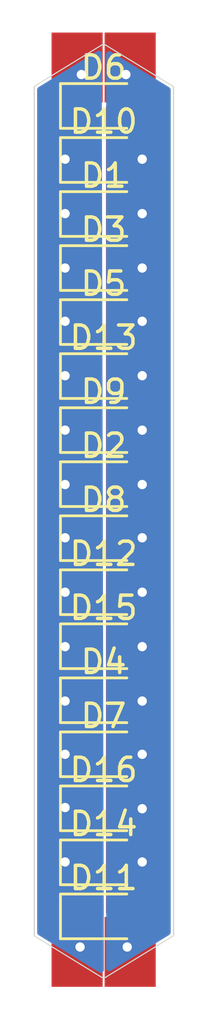
<source format=kicad_pcb>
(kicad_pcb (version 20171130) (host pcbnew 5.1.9)

  (general
    (thickness 1.6)
    (drawings 6)
    (tracks 114)
    (zones 0)
    (modules 22)
    (nets 3)
  )

  (page A4)
  (layers
    (0 F.Cu signal)
    (31 B.Cu signal)
    (32 B.Adhes user)
    (33 F.Adhes user)
    (34 B.Paste user)
    (35 F.Paste user)
    (36 B.SilkS user)
    (37 F.SilkS user)
    (38 B.Mask user)
    (39 F.Mask user)
    (40 Dwgs.User user)
    (41 Cmts.User user)
    (42 Eco1.User user)
    (43 Eco2.User user)
    (44 Edge.Cuts user)
    (45 Margin user)
    (46 B.CrtYd user)
    (47 F.CrtYd user)
    (48 B.Fab user)
    (49 F.Fab user)
  )

  (setup
    (last_trace_width 0.25)
    (user_trace_width 0.5)
    (trace_clearance 0.2)
    (zone_clearance 0.1)
    (zone_45_only no)
    (trace_min 0.2)
    (via_size 0.8)
    (via_drill 0.4)
    (via_min_size 0.4)
    (via_min_drill 0.3)
    (uvia_size 0.3)
    (uvia_drill 0.1)
    (uvias_allowed no)
    (uvia_min_size 0.2)
    (uvia_min_drill 0.1)
    (edge_width 0.05)
    (segment_width 0.2)
    (pcb_text_width 0.3)
    (pcb_text_size 1.5 1.5)
    (mod_edge_width 0.12)
    (mod_text_size 1 1)
    (mod_text_width 0.15)
    (pad_size 2 35)
    (pad_drill 0)
    (pad_to_mask_clearance 0)
    (aux_axis_origin 0 0)
    (visible_elements FFFFFF7F)
    (pcbplotparams
      (layerselection 0x010fc_ffffffff)
      (usegerberextensions true)
      (usegerberattributes true)
      (usegerberadvancedattributes true)
      (creategerberjobfile true)
      (excludeedgelayer true)
      (linewidth 0.100000)
      (plotframeref false)
      (viasonmask false)
      (mode 1)
      (useauxorigin false)
      (hpglpennumber 1)
      (hpglpenspeed 20)
      (hpglpendiameter 15.000000)
      (psnegative false)
      (psa4output false)
      (plotreference true)
      (plotvalue true)
      (plotinvisibletext false)
      (padsonsilk false)
      (subtractmaskfromsilk false)
      (outputformat 1)
      (mirror false)
      (drillshape 0)
      (scaleselection 1)
      (outputdirectory "gerber/"))
  )

  (net 0 "")
  (net 1 VDD)
  (net 2 GND)

  (net_class Default "This is the default net class."
    (clearance 0.2)
    (trace_width 0.25)
    (via_dia 0.8)
    (via_drill 0.4)
    (uvia_dia 0.3)
    (uvia_drill 0.1)
    (add_net GND)
    (add_net VDD)
  )

  (module Connector_Pin:Pin_D1.0mm_L10.0mm_LooseFit (layer B.Cu) (tedit 60244D7E) (tstamp 6024553A)
    (at 67.8688 58.8232)
    (descr "solder Pin_ diameter 1.0mm, hole diameter 1.2mm (loose fit), length 10.0mm")
    (tags "solder Pin_ loose fit")
    (path /5BDD6BDA)
    (fp_text reference J4 (at 0 -2.25) (layer B.SilkS) hide
      (effects (font (size 1 1) (thickness 0.15)) (justify mirror))
    )
    (fp_text value heatsink (at 0 2.05) (layer B.Fab)
      (effects (font (size 1 1) (thickness 0.15)) (justify mirror))
    )
    (fp_circle (center 0 0) (end 1.2 0) (layer B.Fab) (width 0.12))
    (fp_circle (center 0 0) (end 0.5 0) (layer B.Fab) (width 0.12))
    (fp_text user %R (at 0 -2.25) (layer B.Fab)
      (effects (font (size 1 1) (thickness 0.15)) (justify mirror))
    )
    (pad 1 connect rect (at 0 0) (size 2 35) (layers B.Cu B.Mask)
      (net 2 GND))
    (model ${KISYS3DMOD}/Connector_Pin.3dshapes/Pin_D1.0mm_L10.0mm_LooseFit.wrl
      (at (xyz 0 0 0))
      (scale (xyz 1 1 1))
      (rotate (xyz 0 0 0))
    )
  )

  (module Connector_Pin:Pin_D1.0mm_L10.0mm_LooseFit (layer B.Cu) (tedit 60244D31) (tstamp 6024554F)
    (at 70.3072 58.8232)
    (descr "solder Pin_ diameter 1.0mm, hole diameter 1.2mm (loose fit), length 10.0mm")
    (tags "solder Pin_ loose fit")
    (path /5BDD6BDA)
    (fp_text reference J4 (at 0 -2.25) (layer B.SilkS) hide
      (effects (font (size 1 1) (thickness 0.15)) (justify mirror))
    )
    (fp_text value heatsink (at 0 2.05) (layer B.Fab)
      (effects (font (size 1 1) (thickness 0.15)) (justify mirror))
    )
    (fp_circle (center 0 0) (end 0.5 0) (layer B.Fab) (width 0.12))
    (fp_circle (center 0 0) (end 1.2 0) (layer B.Fab) (width 0.12))
    (fp_text user %R (at 0 -2.25) (layer B.Fab)
      (effects (font (size 1 1) (thickness 0.15)) (justify mirror))
    )
    (pad 1 connect rect (at 0 0) (size 2 35) (layers B.Cu B.Mask)
      (net 1 VDD))
    (model ${KISYS3DMOD}/Connector_Pin.3dshapes/Pin_D1.0mm_L10.0mm_LooseFit.wrl
      (at (xyz 0 0 0))
      (scale (xyz 1 1 1))
      (rotate (xyz 0 0 0))
    )
  )

  (module Connector_Pin:Pin_D1.0mm_L10.0mm_LooseFit (layer F.Cu) (tedit 60244820) (tstamp 6024C65A)
    (at 70.231 77.724)
    (descr "solder Pin_ diameter 1.0mm, hole diameter 1.2mm (loose fit), length 10.0mm")
    (tags "solder Pin_ loose fit")
    (path /5BDD6BDA)
    (fp_text reference J4 (at 0 2.25) (layer F.SilkS) hide
      (effects (font (size 1 1) (thickness 0.15)))
    )
    (fp_text value heatsink (at 0 -2.05) (layer F.Fab)
      (effects (font (size 1 1) (thickness 0.15)))
    )
    (fp_circle (center 0 0) (end 0.5 0) (layer F.Fab) (width 0.12))
    (fp_circle (center 0 0) (end 1.2 0) (layer F.Fab) (width 0.12))
    (fp_text user %R (at 0 2.25) (layer F.Fab)
      (effects (font (size 1 1) (thickness 0.15)))
    )
    (pad 1 connect rect (at 0 0) (size 2.2 3) (layers F.Cu F.Mask)
      (net 1 VDD))
    (model ${KISYS3DMOD}/Connector_Pin.3dshapes/Pin_D1.0mm_L10.0mm_LooseFit.wrl
      (at (xyz 0 0 0))
      (scale (xyz 1 1 1))
      (rotate (xyz 0 0 0))
    )
  )

  (module Connector_Pin:Pin_D1.0mm_L10.0mm_LooseFit (layer F.Cu) (tedit 60244826) (tstamp 6024C65A)
    (at 67.945 77.724)
    (descr "solder Pin_ diameter 1.0mm, hole diameter 1.2mm (loose fit), length 10.0mm")
    (tags "solder Pin_ loose fit")
    (path /5BDD6BDA)
    (fp_text reference J4 (at 0 2.25) (layer F.SilkS) hide
      (effects (font (size 1 1) (thickness 0.15)))
    )
    (fp_text value heatsink (at 0 -2.05) (layer F.Fab)
      (effects (font (size 1 1) (thickness 0.15)))
    )
    (fp_circle (center 0 0) (end 0.5 0) (layer F.Fab) (width 0.12))
    (fp_circle (center 0 0) (end 1.2 0) (layer F.Fab) (width 0.12))
    (fp_text user %R (at 0 2.25) (layer F.Fab)
      (effects (font (size 1 1) (thickness 0.15)))
    )
    (pad 1 connect rect (at 0 0) (size 2.2 3) (layers F.Cu F.Mask)
      (net 2 GND))
    (model ${KISYS3DMOD}/Connector_Pin.3dshapes/Pin_D1.0mm_L10.0mm_LooseFit.wrl
      (at (xyz 0 0 0))
      (scale (xyz 1 1 1))
      (rotate (xyz 0 0 0))
    )
  )

  (module Connector_Pin:Pin_D1.0mm_L10.0mm_LooseFit (layer F.Cu) (tedit 602447F3) (tstamp 6024C65A)
    (at 67.945 39.751)
    (descr "solder Pin_ diameter 1.0mm, hole diameter 1.2mm (loose fit), length 10.0mm")
    (tags "solder Pin_ loose fit")
    (path /5BDD6BDA)
    (fp_text reference J4 (at 0 2.25) (layer F.SilkS) hide
      (effects (font (size 1 1) (thickness 0.15)))
    )
    (fp_text value heatsink (at 0 -2.05) (layer F.Fab)
      (effects (font (size 1 1) (thickness 0.15)))
    )
    (fp_circle (center 0 0) (end 0.5 0) (layer F.Fab) (width 0.12))
    (fp_circle (center 0 0) (end 1.2 0) (layer F.Fab) (width 0.12))
    (fp_text user %R (at 0 2.25) (layer F.Fab)
      (effects (font (size 1 1) (thickness 0.15)))
    )
    (pad 1 connect rect (at 0 0) (size 2.2 3) (layers F.Cu F.Mask)
      (net 2 GND))
    (model ${KISYS3DMOD}/Connector_Pin.3dshapes/Pin_D1.0mm_L10.0mm_LooseFit.wrl
      (at (xyz 0 0 0))
      (scale (xyz 1 1 1))
      (rotate (xyz 0 0 0))
    )
  )

  (module Connector_Pin:Pin_D1.0mm_L10.0mm_LooseFit (layer F.Cu) (tedit 6024480F) (tstamp 6024A04E)
    (at 70.231 39.751)
    (descr "solder Pin_ diameter 1.0mm, hole diameter 1.2mm (loose fit), length 10.0mm")
    (tags "solder Pin_ loose fit")
    (path /5BDD6BDA)
    (fp_text reference J4 (at 0 2.25) (layer F.SilkS) hide
      (effects (font (size 1 1) (thickness 0.15)))
    )
    (fp_text value heatsink (at 0 -2.05) (layer F.Fab)
      (effects (font (size 1 1) (thickness 0.15)))
    )
    (fp_circle (center 0 0) (end 0.5 0) (layer F.Fab) (width 0.12))
    (fp_circle (center 0 0) (end 1.2 0) (layer F.Fab) (width 0.12))
    (fp_text user %R (at 0 2.25) (layer F.Fab)
      (effects (font (size 1 1) (thickness 0.15)))
    )
    (pad 1 connect rect (at 0 0) (size 2.2 3) (layers F.Cu F.Mask)
      (net 1 VDD))
    (model ${KISYS3DMOD}/Connector_Pin.3dshapes/Pin_D1.0mm_L10.0mm_LooseFit.wrl
      (at (xyz 0 0 0))
      (scale (xyz 1 1 1))
      (rotate (xyz 0 0 0))
    )
  )

  (module LED_SMD:LED_0805_2012Metric_Pad1.15x1.40mm_HandSolder (layer F.Cu) (tedit 5F68FEF1) (tstamp 60249A00)
    (at 69.088 71.560258)
    (descr "LED SMD 0805 (2012 Metric), square (rectangular) end terminal, IPC_7351 nominal, (Body size source: https://docs.google.com/spreadsheets/d/1BsfQQcO9C6DZCsRaXUlFlo91Tg2WpOkGARC1WS5S8t0/edit?usp=sharing), generated with kicad-footprint-generator")
    (tags "LED handsolder")
    (path /6024A5E5)
    (attr smd)
    (fp_text reference D16 (at 0 -1.65) (layer F.SilkS)
      (effects (font (size 1 1) (thickness 0.15)))
    )
    (fp_text value LED (at 0 1.65) (layer F.Fab)
      (effects (font (size 1 1) (thickness 0.15)))
    )
    (fp_line (start 1.85 0.95) (end -1.85 0.95) (layer F.CrtYd) (width 0.05))
    (fp_line (start 1.85 -0.95) (end 1.85 0.95) (layer F.CrtYd) (width 0.05))
    (fp_line (start -1.85 -0.95) (end 1.85 -0.95) (layer F.CrtYd) (width 0.05))
    (fp_line (start -1.85 0.95) (end -1.85 -0.95) (layer F.CrtYd) (width 0.05))
    (fp_line (start -1.86 0.96) (end 1 0.96) (layer F.SilkS) (width 0.12))
    (fp_line (start -1.86 -0.96) (end -1.86 0.96) (layer F.SilkS) (width 0.12))
    (fp_line (start 1 -0.96) (end -1.86 -0.96) (layer F.SilkS) (width 0.12))
    (fp_line (start 1 0.6) (end 1 -0.6) (layer F.Fab) (width 0.1))
    (fp_line (start -1 0.6) (end 1 0.6) (layer F.Fab) (width 0.1))
    (fp_line (start -1 -0.3) (end -1 0.6) (layer F.Fab) (width 0.1))
    (fp_line (start -0.7 -0.6) (end -1 -0.3) (layer F.Fab) (width 0.1))
    (fp_line (start 1 -0.6) (end -0.7 -0.6) (layer F.Fab) (width 0.1))
    (fp_text user %R (at 0 0) (layer F.Fab)
      (effects (font (size 0.5 0.5) (thickness 0.08)))
    )
    (pad 2 smd roundrect (at 1.025 0) (size 1.15 1.4) (layers F.Cu F.Paste F.Mask) (roundrect_rratio 0.2173904347826087)
      (net 1 VDD))
    (pad 1 smd roundrect (at -1.025 0) (size 1.15 1.4) (layers F.Cu F.Paste F.Mask) (roundrect_rratio 0.2173904347826087)
      (net 2 GND))
    (model ${KISYS3DMOD}/LED_SMD.3dshapes/LED_0805_2012Metric.wrl
      (at (xyz 0 0 0))
      (scale (xyz 1 1 1))
      (rotate (xyz 0 0 0))
    )
  )

  (module LED_SMD:LED_0805_2012Metric_Pad1.15x1.40mm_HandSolder (layer F.Cu) (tedit 5F68FEF1) (tstamp 602499ED)
    (at 69.088 64.60066)
    (descr "LED SMD 0805 (2012 Metric), square (rectangular) end terminal, IPC_7351 nominal, (Body size source: https://docs.google.com/spreadsheets/d/1BsfQQcO9C6DZCsRaXUlFlo91Tg2WpOkGARC1WS5S8t0/edit?usp=sharing), generated with kicad-footprint-generator")
    (tags "LED handsolder")
    (path /6024A5DB)
    (attr smd)
    (fp_text reference D15 (at 0 -1.65) (layer F.SilkS)
      (effects (font (size 1 1) (thickness 0.15)))
    )
    (fp_text value LED (at 0 1.65) (layer F.Fab)
      (effects (font (size 1 1) (thickness 0.15)))
    )
    (fp_line (start 1.85 0.95) (end -1.85 0.95) (layer F.CrtYd) (width 0.05))
    (fp_line (start 1.85 -0.95) (end 1.85 0.95) (layer F.CrtYd) (width 0.05))
    (fp_line (start -1.85 -0.95) (end 1.85 -0.95) (layer F.CrtYd) (width 0.05))
    (fp_line (start -1.85 0.95) (end -1.85 -0.95) (layer F.CrtYd) (width 0.05))
    (fp_line (start -1.86 0.96) (end 1 0.96) (layer F.SilkS) (width 0.12))
    (fp_line (start -1.86 -0.96) (end -1.86 0.96) (layer F.SilkS) (width 0.12))
    (fp_line (start 1 -0.96) (end -1.86 -0.96) (layer F.SilkS) (width 0.12))
    (fp_line (start 1 0.6) (end 1 -0.6) (layer F.Fab) (width 0.1))
    (fp_line (start -1 0.6) (end 1 0.6) (layer F.Fab) (width 0.1))
    (fp_line (start -1 -0.3) (end -1 0.6) (layer F.Fab) (width 0.1))
    (fp_line (start -0.7 -0.6) (end -1 -0.3) (layer F.Fab) (width 0.1))
    (fp_line (start 1 -0.6) (end -0.7 -0.6) (layer F.Fab) (width 0.1))
    (fp_text user %R (at 0 0) (layer F.Fab)
      (effects (font (size 0.5 0.5) (thickness 0.08)))
    )
    (pad 2 smd roundrect (at 1.025 0) (size 1.15 1.4) (layers F.Cu F.Paste F.Mask) (roundrect_rratio 0.2173904347826087)
      (net 1 VDD))
    (pad 1 smd roundrect (at -1.025 0) (size 1.15 1.4) (layers F.Cu F.Paste F.Mask) (roundrect_rratio 0.2173904347826087)
      (net 2 GND))
    (model ${KISYS3DMOD}/LED_SMD.3dshapes/LED_0805_2012Metric.wrl
      (at (xyz 0 0 0))
      (scale (xyz 1 1 1))
      (rotate (xyz 0 0 0))
    )
  )

  (module LED_SMD:LED_0805_2012Metric_Pad1.15x1.40mm_HandSolder (layer F.Cu) (tedit 5F68FEF1) (tstamp 602499DA)
    (at 69.088 73.880124)
    (descr "LED SMD 0805 (2012 Metric), square (rectangular) end terminal, IPC_7351 nominal, (Body size source: https://docs.google.com/spreadsheets/d/1BsfQQcO9C6DZCsRaXUlFlo91Tg2WpOkGARC1WS5S8t0/edit?usp=sharing), generated with kicad-footprint-generator")
    (tags "LED handsolder")
    (path /6024A5D1)
    (attr smd)
    (fp_text reference D14 (at 0 -1.65) (layer F.SilkS)
      (effects (font (size 1 1) (thickness 0.15)))
    )
    (fp_text value LED (at 0 1.65) (layer F.Fab)
      (effects (font (size 1 1) (thickness 0.15)))
    )
    (fp_line (start 1.85 0.95) (end -1.85 0.95) (layer F.CrtYd) (width 0.05))
    (fp_line (start 1.85 -0.95) (end 1.85 0.95) (layer F.CrtYd) (width 0.05))
    (fp_line (start -1.85 -0.95) (end 1.85 -0.95) (layer F.CrtYd) (width 0.05))
    (fp_line (start -1.85 0.95) (end -1.85 -0.95) (layer F.CrtYd) (width 0.05))
    (fp_line (start -1.86 0.96) (end 1 0.96) (layer F.SilkS) (width 0.12))
    (fp_line (start -1.86 -0.96) (end -1.86 0.96) (layer F.SilkS) (width 0.12))
    (fp_line (start 1 -0.96) (end -1.86 -0.96) (layer F.SilkS) (width 0.12))
    (fp_line (start 1 0.6) (end 1 -0.6) (layer F.Fab) (width 0.1))
    (fp_line (start -1 0.6) (end 1 0.6) (layer F.Fab) (width 0.1))
    (fp_line (start -1 -0.3) (end -1 0.6) (layer F.Fab) (width 0.1))
    (fp_line (start -0.7 -0.6) (end -1 -0.3) (layer F.Fab) (width 0.1))
    (fp_line (start 1 -0.6) (end -0.7 -0.6) (layer F.Fab) (width 0.1))
    (fp_text user %R (at 0 0) (layer F.Fab)
      (effects (font (size 0.5 0.5) (thickness 0.08)))
    )
    (pad 2 smd roundrect (at 1.025 0) (size 1.15 1.4) (layers F.Cu F.Paste F.Mask) (roundrect_rratio 0.2173904347826087)
      (net 1 VDD))
    (pad 1 smd roundrect (at -1.025 0) (size 1.15 1.4) (layers F.Cu F.Paste F.Mask) (roundrect_rratio 0.2173904347826087)
      (net 2 GND))
    (model ${KISYS3DMOD}/LED_SMD.3dshapes/LED_0805_2012Metric.wrl
      (at (xyz 0 0 0))
      (scale (xyz 1 1 1))
      (rotate (xyz 0 0 0))
    )
  )

  (module LED_SMD:LED_0805_2012Metric_Pad1.15x1.40mm_HandSolder (layer F.Cu) (tedit 5F68FEF1) (tstamp 602499C7)
    (at 69.088 53.00133)
    (descr "LED SMD 0805 (2012 Metric), square (rectangular) end terminal, IPC_7351 nominal, (Body size source: https://docs.google.com/spreadsheets/d/1BsfQQcO9C6DZCsRaXUlFlo91Tg2WpOkGARC1WS5S8t0/edit?usp=sharing), generated with kicad-footprint-generator")
    (tags "LED handsolder")
    (path /6024A5C7)
    (attr smd)
    (fp_text reference D13 (at 0 -1.65) (layer F.SilkS)
      (effects (font (size 1 1) (thickness 0.15)))
    )
    (fp_text value LED (at 0 1.65) (layer F.Fab)
      (effects (font (size 1 1) (thickness 0.15)))
    )
    (fp_line (start 1.85 0.95) (end -1.85 0.95) (layer F.CrtYd) (width 0.05))
    (fp_line (start 1.85 -0.95) (end 1.85 0.95) (layer F.CrtYd) (width 0.05))
    (fp_line (start -1.85 -0.95) (end 1.85 -0.95) (layer F.CrtYd) (width 0.05))
    (fp_line (start -1.85 0.95) (end -1.85 -0.95) (layer F.CrtYd) (width 0.05))
    (fp_line (start -1.86 0.96) (end 1 0.96) (layer F.SilkS) (width 0.12))
    (fp_line (start -1.86 -0.96) (end -1.86 0.96) (layer F.SilkS) (width 0.12))
    (fp_line (start 1 -0.96) (end -1.86 -0.96) (layer F.SilkS) (width 0.12))
    (fp_line (start 1 0.6) (end 1 -0.6) (layer F.Fab) (width 0.1))
    (fp_line (start -1 0.6) (end 1 0.6) (layer F.Fab) (width 0.1))
    (fp_line (start -1 -0.3) (end -1 0.6) (layer F.Fab) (width 0.1))
    (fp_line (start -0.7 -0.6) (end -1 -0.3) (layer F.Fab) (width 0.1))
    (fp_line (start 1 -0.6) (end -0.7 -0.6) (layer F.Fab) (width 0.1))
    (fp_text user %R (at 0 0) (layer F.Fab)
      (effects (font (size 0.5 0.5) (thickness 0.08)))
    )
    (pad 2 smd roundrect (at 1.025 0) (size 1.15 1.4) (layers F.Cu F.Paste F.Mask) (roundrect_rratio 0.2173904347826087)
      (net 1 VDD))
    (pad 1 smd roundrect (at -1.025 0) (size 1.15 1.4) (layers F.Cu F.Paste F.Mask) (roundrect_rratio 0.2173904347826087)
      (net 2 GND))
    (model ${KISYS3DMOD}/LED_SMD.3dshapes/LED_0805_2012Metric.wrl
      (at (xyz 0 0 0))
      (scale (xyz 1 1 1))
      (rotate (xyz 0 0 0))
    )
  )

  (module LED_SMD:LED_0805_2012Metric_Pad1.15x1.40mm_HandSolder (layer F.Cu) (tedit 5F68FEF1) (tstamp 602499B4)
    (at 69.088 62.280794)
    (descr "LED SMD 0805 (2012 Metric), square (rectangular) end terminal, IPC_7351 nominal, (Body size source: https://docs.google.com/spreadsheets/d/1BsfQQcO9C6DZCsRaXUlFlo91Tg2WpOkGARC1WS5S8t0/edit?usp=sharing), generated with kicad-footprint-generator")
    (tags "LED handsolder")
    (path /6024A5BD)
    (attr smd)
    (fp_text reference D12 (at 0 -1.65) (layer F.SilkS)
      (effects (font (size 1 1) (thickness 0.15)))
    )
    (fp_text value LED (at 0 1.65) (layer F.Fab)
      (effects (font (size 1 1) (thickness 0.15)))
    )
    (fp_line (start 1.85 0.95) (end -1.85 0.95) (layer F.CrtYd) (width 0.05))
    (fp_line (start 1.85 -0.95) (end 1.85 0.95) (layer F.CrtYd) (width 0.05))
    (fp_line (start -1.85 -0.95) (end 1.85 -0.95) (layer F.CrtYd) (width 0.05))
    (fp_line (start -1.85 0.95) (end -1.85 -0.95) (layer F.CrtYd) (width 0.05))
    (fp_line (start -1.86 0.96) (end 1 0.96) (layer F.SilkS) (width 0.12))
    (fp_line (start -1.86 -0.96) (end -1.86 0.96) (layer F.SilkS) (width 0.12))
    (fp_line (start 1 -0.96) (end -1.86 -0.96) (layer F.SilkS) (width 0.12))
    (fp_line (start 1 0.6) (end 1 -0.6) (layer F.Fab) (width 0.1))
    (fp_line (start -1 0.6) (end 1 0.6) (layer F.Fab) (width 0.1))
    (fp_line (start -1 -0.3) (end -1 0.6) (layer F.Fab) (width 0.1))
    (fp_line (start -0.7 -0.6) (end -1 -0.3) (layer F.Fab) (width 0.1))
    (fp_line (start 1 -0.6) (end -0.7 -0.6) (layer F.Fab) (width 0.1))
    (fp_text user %R (at 0 0) (layer F.Fab)
      (effects (font (size 0.5 0.5) (thickness 0.08)))
    )
    (pad 2 smd roundrect (at 1.025 0) (size 1.15 1.4) (layers F.Cu F.Paste F.Mask) (roundrect_rratio 0.2173904347826087)
      (net 1 VDD))
    (pad 1 smd roundrect (at -1.025 0) (size 1.15 1.4) (layers F.Cu F.Paste F.Mask) (roundrect_rratio 0.2173904347826087)
      (net 2 GND))
    (model ${KISYS3DMOD}/LED_SMD.3dshapes/LED_0805_2012Metric.wrl
      (at (xyz 0 0 0))
      (scale (xyz 1 1 1))
      (rotate (xyz 0 0 0))
    )
  )

  (module LED_SMD:LED_0805_2012Metric_Pad1.15x1.40mm_HandSolder (layer F.Cu) (tedit 5F68FEF1) (tstamp 602499A1)
    (at 69.088 76.2)
    (descr "LED SMD 0805 (2012 Metric), square (rectangular) end terminal, IPC_7351 nominal, (Body size source: https://docs.google.com/spreadsheets/d/1BsfQQcO9C6DZCsRaXUlFlo91Tg2WpOkGARC1WS5S8t0/edit?usp=sharing), generated with kicad-footprint-generator")
    (tags "LED handsolder")
    (path /6024A5B3)
    (attr smd)
    (fp_text reference D11 (at 0 -1.65) (layer F.SilkS)
      (effects (font (size 1 1) (thickness 0.15)))
    )
    (fp_text value LED (at 0 1.65) (layer F.Fab)
      (effects (font (size 1 1) (thickness 0.15)))
    )
    (fp_line (start 1.85 0.95) (end -1.85 0.95) (layer F.CrtYd) (width 0.05))
    (fp_line (start 1.85 -0.95) (end 1.85 0.95) (layer F.CrtYd) (width 0.05))
    (fp_line (start -1.85 -0.95) (end 1.85 -0.95) (layer F.CrtYd) (width 0.05))
    (fp_line (start -1.85 0.95) (end -1.85 -0.95) (layer F.CrtYd) (width 0.05))
    (fp_line (start -1.86 0.96) (end 1 0.96) (layer F.SilkS) (width 0.12))
    (fp_line (start -1.86 -0.96) (end -1.86 0.96) (layer F.SilkS) (width 0.12))
    (fp_line (start 1 -0.96) (end -1.86 -0.96) (layer F.SilkS) (width 0.12))
    (fp_line (start 1 0.6) (end 1 -0.6) (layer F.Fab) (width 0.1))
    (fp_line (start -1 0.6) (end 1 0.6) (layer F.Fab) (width 0.1))
    (fp_line (start -1 -0.3) (end -1 0.6) (layer F.Fab) (width 0.1))
    (fp_line (start -0.7 -0.6) (end -1 -0.3) (layer F.Fab) (width 0.1))
    (fp_line (start 1 -0.6) (end -0.7 -0.6) (layer F.Fab) (width 0.1))
    (fp_text user %R (at 0 0) (layer F.Fab)
      (effects (font (size 0.5 0.5) (thickness 0.08)))
    )
    (pad 2 smd roundrect (at 1.025 0) (size 1.15 1.4) (layers F.Cu F.Paste F.Mask) (roundrect_rratio 0.2173904347826087)
      (net 1 VDD))
    (pad 1 smd roundrect (at -1.025 0) (size 1.15 1.4) (layers F.Cu F.Paste F.Mask) (roundrect_rratio 0.2173904347826087)
      (net 2 GND))
    (model ${KISYS3DMOD}/LED_SMD.3dshapes/LED_0805_2012Metric.wrl
      (at (xyz 0 0 0))
      (scale (xyz 1 1 1))
      (rotate (xyz 0 0 0))
    )
  )

  (module LED_SMD:LED_0805_2012Metric_Pad1.15x1.40mm_HandSolder (layer F.Cu) (tedit 5F68FEF1) (tstamp 6024998E)
    (at 69.088 43.721866)
    (descr "LED SMD 0805 (2012 Metric), square (rectangular) end terminal, IPC_7351 nominal, (Body size source: https://docs.google.com/spreadsheets/d/1BsfQQcO9C6DZCsRaXUlFlo91Tg2WpOkGARC1WS5S8t0/edit?usp=sharing), generated with kicad-footprint-generator")
    (tags "LED handsolder")
    (path /6024A5A9)
    (attr smd)
    (fp_text reference D10 (at 0 -1.65) (layer F.SilkS)
      (effects (font (size 1 1) (thickness 0.15)))
    )
    (fp_text value LED (at 0 1.65) (layer F.Fab)
      (effects (font (size 1 1) (thickness 0.15)))
    )
    (fp_line (start 1.85 0.95) (end -1.85 0.95) (layer F.CrtYd) (width 0.05))
    (fp_line (start 1.85 -0.95) (end 1.85 0.95) (layer F.CrtYd) (width 0.05))
    (fp_line (start -1.85 -0.95) (end 1.85 -0.95) (layer F.CrtYd) (width 0.05))
    (fp_line (start -1.85 0.95) (end -1.85 -0.95) (layer F.CrtYd) (width 0.05))
    (fp_line (start -1.86 0.96) (end 1 0.96) (layer F.SilkS) (width 0.12))
    (fp_line (start -1.86 -0.96) (end -1.86 0.96) (layer F.SilkS) (width 0.12))
    (fp_line (start 1 -0.96) (end -1.86 -0.96) (layer F.SilkS) (width 0.12))
    (fp_line (start 1 0.6) (end 1 -0.6) (layer F.Fab) (width 0.1))
    (fp_line (start -1 0.6) (end 1 0.6) (layer F.Fab) (width 0.1))
    (fp_line (start -1 -0.3) (end -1 0.6) (layer F.Fab) (width 0.1))
    (fp_line (start -0.7 -0.6) (end -1 -0.3) (layer F.Fab) (width 0.1))
    (fp_line (start 1 -0.6) (end -0.7 -0.6) (layer F.Fab) (width 0.1))
    (fp_text user %R (at 0 0) (layer F.Fab)
      (effects (font (size 0.5 0.5) (thickness 0.08)))
    )
    (pad 2 smd roundrect (at 1.025 0) (size 1.15 1.4) (layers F.Cu F.Paste F.Mask) (roundrect_rratio 0.2173904347826087)
      (net 1 VDD))
    (pad 1 smd roundrect (at -1.025 0) (size 1.15 1.4) (layers F.Cu F.Paste F.Mask) (roundrect_rratio 0.2173904347826087)
      (net 2 GND))
    (model ${KISYS3DMOD}/LED_SMD.3dshapes/LED_0805_2012Metric.wrl
      (at (xyz 0 0 0))
      (scale (xyz 1 1 1))
      (rotate (xyz 0 0 0))
    )
  )

  (module LED_SMD:LED_0805_2012Metric_Pad1.15x1.40mm_HandSolder (layer F.Cu) (tedit 5F68FEF1) (tstamp 6024997B)
    (at 69.088 55.321196)
    (descr "LED SMD 0805 (2012 Metric), square (rectangular) end terminal, IPC_7351 nominal, (Body size source: https://docs.google.com/spreadsheets/d/1BsfQQcO9C6DZCsRaXUlFlo91Tg2WpOkGARC1WS5S8t0/edit?usp=sharing), generated with kicad-footprint-generator")
    (tags "LED handsolder")
    (path /6024A4CB)
    (attr smd)
    (fp_text reference D9 (at 0 -1.65) (layer F.SilkS)
      (effects (font (size 1 1) (thickness 0.15)))
    )
    (fp_text value LED (at 0 1.65) (layer F.Fab)
      (effects (font (size 1 1) (thickness 0.15)))
    )
    (fp_line (start 1.85 0.95) (end -1.85 0.95) (layer F.CrtYd) (width 0.05))
    (fp_line (start 1.85 -0.95) (end 1.85 0.95) (layer F.CrtYd) (width 0.05))
    (fp_line (start -1.85 -0.95) (end 1.85 -0.95) (layer F.CrtYd) (width 0.05))
    (fp_line (start -1.85 0.95) (end -1.85 -0.95) (layer F.CrtYd) (width 0.05))
    (fp_line (start -1.86 0.96) (end 1 0.96) (layer F.SilkS) (width 0.12))
    (fp_line (start -1.86 -0.96) (end -1.86 0.96) (layer F.SilkS) (width 0.12))
    (fp_line (start 1 -0.96) (end -1.86 -0.96) (layer F.SilkS) (width 0.12))
    (fp_line (start 1 0.6) (end 1 -0.6) (layer F.Fab) (width 0.1))
    (fp_line (start -1 0.6) (end 1 0.6) (layer F.Fab) (width 0.1))
    (fp_line (start -1 -0.3) (end -1 0.6) (layer F.Fab) (width 0.1))
    (fp_line (start -0.7 -0.6) (end -1 -0.3) (layer F.Fab) (width 0.1))
    (fp_line (start 1 -0.6) (end -0.7 -0.6) (layer F.Fab) (width 0.1))
    (fp_text user %R (at 0 0) (layer F.Fab)
      (effects (font (size 0.5 0.5) (thickness 0.08)))
    )
    (pad 2 smd roundrect (at 1.025 0) (size 1.15 1.4) (layers F.Cu F.Paste F.Mask) (roundrect_rratio 0.2173904347826087)
      (net 1 VDD))
    (pad 1 smd roundrect (at -1.025 0) (size 1.15 1.4) (layers F.Cu F.Paste F.Mask) (roundrect_rratio 0.2173904347826087)
      (net 2 GND))
    (model ${KISYS3DMOD}/LED_SMD.3dshapes/LED_0805_2012Metric.wrl
      (at (xyz 0 0 0))
      (scale (xyz 1 1 1))
      (rotate (xyz 0 0 0))
    )
  )

  (module LED_SMD:LED_0805_2012Metric_Pad1.15x1.40mm_HandSolder (layer F.Cu) (tedit 5F68FEF1) (tstamp 60249968)
    (at 69.088 59.960928)
    (descr "LED SMD 0805 (2012 Metric), square (rectangular) end terminal, IPC_7351 nominal, (Body size source: https://docs.google.com/spreadsheets/d/1BsfQQcO9C6DZCsRaXUlFlo91Tg2WpOkGARC1WS5S8t0/edit?usp=sharing), generated with kicad-footprint-generator")
    (tags "LED handsolder")
    (path /60246725)
    (attr smd)
    (fp_text reference D8 (at 0 -1.65) (layer F.SilkS)
      (effects (font (size 1 1) (thickness 0.15)))
    )
    (fp_text value LED (at 0 1.65) (layer F.Fab)
      (effects (font (size 1 1) (thickness 0.15)))
    )
    (fp_line (start 1.85 0.95) (end -1.85 0.95) (layer F.CrtYd) (width 0.05))
    (fp_line (start 1.85 -0.95) (end 1.85 0.95) (layer F.CrtYd) (width 0.05))
    (fp_line (start -1.85 -0.95) (end 1.85 -0.95) (layer F.CrtYd) (width 0.05))
    (fp_line (start -1.85 0.95) (end -1.85 -0.95) (layer F.CrtYd) (width 0.05))
    (fp_line (start -1.86 0.96) (end 1 0.96) (layer F.SilkS) (width 0.12))
    (fp_line (start -1.86 -0.96) (end -1.86 0.96) (layer F.SilkS) (width 0.12))
    (fp_line (start 1 -0.96) (end -1.86 -0.96) (layer F.SilkS) (width 0.12))
    (fp_line (start 1 0.6) (end 1 -0.6) (layer F.Fab) (width 0.1))
    (fp_line (start -1 0.6) (end 1 0.6) (layer F.Fab) (width 0.1))
    (fp_line (start -1 -0.3) (end -1 0.6) (layer F.Fab) (width 0.1))
    (fp_line (start -0.7 -0.6) (end -1 -0.3) (layer F.Fab) (width 0.1))
    (fp_line (start 1 -0.6) (end -0.7 -0.6) (layer F.Fab) (width 0.1))
    (fp_text user %R (at 0 0) (layer F.Fab)
      (effects (font (size 0.5 0.5) (thickness 0.08)))
    )
    (pad 2 smd roundrect (at 1.025 0) (size 1.15 1.4) (layers F.Cu F.Paste F.Mask) (roundrect_rratio 0.2173904347826087)
      (net 1 VDD))
    (pad 1 smd roundrect (at -1.025 0) (size 1.15 1.4) (layers F.Cu F.Paste F.Mask) (roundrect_rratio 0.2173904347826087)
      (net 2 GND))
    (model ${KISYS3DMOD}/LED_SMD.3dshapes/LED_0805_2012Metric.wrl
      (at (xyz 0 0 0))
      (scale (xyz 1 1 1))
      (rotate (xyz 0 0 0))
    )
  )

  (module LED_SMD:LED_0805_2012Metric_Pad1.15x1.40mm_HandSolder (layer F.Cu) (tedit 5F68FEF1) (tstamp 60249955)
    (at 69.088 69.240392)
    (descr "LED SMD 0805 (2012 Metric), square (rectangular) end terminal, IPC_7351 nominal, (Body size source: https://docs.google.com/spreadsheets/d/1BsfQQcO9C6DZCsRaXUlFlo91Tg2WpOkGARC1WS5S8t0/edit?usp=sharing), generated with kicad-footprint-generator")
    (tags "LED handsolder")
    (path /6024671B)
    (attr smd)
    (fp_text reference D7 (at 0 -1.65) (layer F.SilkS)
      (effects (font (size 1 1) (thickness 0.15)))
    )
    (fp_text value LED (at 0 1.65) (layer F.Fab)
      (effects (font (size 1 1) (thickness 0.15)))
    )
    (fp_line (start 1.85 0.95) (end -1.85 0.95) (layer F.CrtYd) (width 0.05))
    (fp_line (start 1.85 -0.95) (end 1.85 0.95) (layer F.CrtYd) (width 0.05))
    (fp_line (start -1.85 -0.95) (end 1.85 -0.95) (layer F.CrtYd) (width 0.05))
    (fp_line (start -1.85 0.95) (end -1.85 -0.95) (layer F.CrtYd) (width 0.05))
    (fp_line (start -1.86 0.96) (end 1 0.96) (layer F.SilkS) (width 0.12))
    (fp_line (start -1.86 -0.96) (end -1.86 0.96) (layer F.SilkS) (width 0.12))
    (fp_line (start 1 -0.96) (end -1.86 -0.96) (layer F.SilkS) (width 0.12))
    (fp_line (start 1 0.6) (end 1 -0.6) (layer F.Fab) (width 0.1))
    (fp_line (start -1 0.6) (end 1 0.6) (layer F.Fab) (width 0.1))
    (fp_line (start -1 -0.3) (end -1 0.6) (layer F.Fab) (width 0.1))
    (fp_line (start -0.7 -0.6) (end -1 -0.3) (layer F.Fab) (width 0.1))
    (fp_line (start 1 -0.6) (end -0.7 -0.6) (layer F.Fab) (width 0.1))
    (fp_text user %R (at 0 0) (layer F.Fab)
      (effects (font (size 0.5 0.5) (thickness 0.08)))
    )
    (pad 2 smd roundrect (at 1.025 0) (size 1.15 1.4) (layers F.Cu F.Paste F.Mask) (roundrect_rratio 0.2173904347826087)
      (net 1 VDD))
    (pad 1 smd roundrect (at -1.025 0) (size 1.15 1.4) (layers F.Cu F.Paste F.Mask) (roundrect_rratio 0.2173904347826087)
      (net 2 GND))
    (model ${KISYS3DMOD}/LED_SMD.3dshapes/LED_0805_2012Metric.wrl
      (at (xyz 0 0 0))
      (scale (xyz 1 1 1))
      (rotate (xyz 0 0 0))
    )
  )

  (module LED_SMD:LED_0805_2012Metric_Pad1.15x1.40mm_HandSolder (layer F.Cu) (tedit 5F68FEF1) (tstamp 6024ACCF)
    (at 69.088 41.402)
    (descr "LED SMD 0805 (2012 Metric), square (rectangular) end terminal, IPC_7351 nominal, (Body size source: https://docs.google.com/spreadsheets/d/1BsfQQcO9C6DZCsRaXUlFlo91Tg2WpOkGARC1WS5S8t0/edit?usp=sharing), generated with kicad-footprint-generator")
    (tags "LED handsolder")
    (path /60246711)
    (attr smd)
    (fp_text reference D6 (at 0 -1.65) (layer F.SilkS)
      (effects (font (size 1 1) (thickness 0.15)))
    )
    (fp_text value LED (at 0 1.65) (layer F.Fab)
      (effects (font (size 1 1) (thickness 0.15)))
    )
    (fp_line (start 1.85 0.95) (end -1.85 0.95) (layer F.CrtYd) (width 0.05))
    (fp_line (start 1.85 -0.95) (end 1.85 0.95) (layer F.CrtYd) (width 0.05))
    (fp_line (start -1.85 -0.95) (end 1.85 -0.95) (layer F.CrtYd) (width 0.05))
    (fp_line (start -1.85 0.95) (end -1.85 -0.95) (layer F.CrtYd) (width 0.05))
    (fp_line (start -1.86 0.96) (end 1 0.96) (layer F.SilkS) (width 0.12))
    (fp_line (start -1.86 -0.96) (end -1.86 0.96) (layer F.SilkS) (width 0.12))
    (fp_line (start 1 -0.96) (end -1.86 -0.96) (layer F.SilkS) (width 0.12))
    (fp_line (start 1 0.6) (end 1 -0.6) (layer F.Fab) (width 0.1))
    (fp_line (start -1 0.6) (end 1 0.6) (layer F.Fab) (width 0.1))
    (fp_line (start -1 -0.3) (end -1 0.6) (layer F.Fab) (width 0.1))
    (fp_line (start -0.7 -0.6) (end -1 -0.3) (layer F.Fab) (width 0.1))
    (fp_line (start 1 -0.6) (end -0.7 -0.6) (layer F.Fab) (width 0.1))
    (fp_text user %R (at 0 0) (layer F.Fab)
      (effects (font (size 0.5 0.5) (thickness 0.08)))
    )
    (pad 2 smd roundrect (at 1.025 0) (size 1.15 1.4) (layers F.Cu F.Paste F.Mask) (roundrect_rratio 0.2173904347826087)
      (net 1 VDD))
    (pad 1 smd roundrect (at -1.025 0) (size 1.15 1.4) (layers F.Cu F.Paste F.Mask) (roundrect_rratio 0.2173904347826087)
      (net 2 GND))
    (model ${KISYS3DMOD}/LED_SMD.3dshapes/LED_0805_2012Metric.wrl
      (at (xyz 0 0 0))
      (scale (xyz 1 1 1))
      (rotate (xyz 0 0 0))
    )
  )

  (module LED_SMD:LED_0805_2012Metric_Pad1.15x1.40mm_HandSolder (layer F.Cu) (tedit 5F68FEF1) (tstamp 6024992F)
    (at 69.088 50.681464)
    (descr "LED SMD 0805 (2012 Metric), square (rectangular) end terminal, IPC_7351 nominal, (Body size source: https://docs.google.com/spreadsheets/d/1BsfQQcO9C6DZCsRaXUlFlo91Tg2WpOkGARC1WS5S8t0/edit?usp=sharing), generated with kicad-footprint-generator")
    (tags "LED handsolder")
    (path /60246693)
    (attr smd)
    (fp_text reference D5 (at 0 -1.65) (layer F.SilkS)
      (effects (font (size 1 1) (thickness 0.15)))
    )
    (fp_text value LED (at 0 1.65) (layer F.Fab)
      (effects (font (size 1 1) (thickness 0.15)))
    )
    (fp_line (start 1.85 0.95) (end -1.85 0.95) (layer F.CrtYd) (width 0.05))
    (fp_line (start 1.85 -0.95) (end 1.85 0.95) (layer F.CrtYd) (width 0.05))
    (fp_line (start -1.85 -0.95) (end 1.85 -0.95) (layer F.CrtYd) (width 0.05))
    (fp_line (start -1.85 0.95) (end -1.85 -0.95) (layer F.CrtYd) (width 0.05))
    (fp_line (start -1.86 0.96) (end 1 0.96) (layer F.SilkS) (width 0.12))
    (fp_line (start -1.86 -0.96) (end -1.86 0.96) (layer F.SilkS) (width 0.12))
    (fp_line (start 1 -0.96) (end -1.86 -0.96) (layer F.SilkS) (width 0.12))
    (fp_line (start 1 0.6) (end 1 -0.6) (layer F.Fab) (width 0.1))
    (fp_line (start -1 0.6) (end 1 0.6) (layer F.Fab) (width 0.1))
    (fp_line (start -1 -0.3) (end -1 0.6) (layer F.Fab) (width 0.1))
    (fp_line (start -0.7 -0.6) (end -1 -0.3) (layer F.Fab) (width 0.1))
    (fp_line (start 1 -0.6) (end -0.7 -0.6) (layer F.Fab) (width 0.1))
    (fp_text user %R (at 0 0) (layer F.Fab)
      (effects (font (size 0.5 0.5) (thickness 0.08)))
    )
    (pad 2 smd roundrect (at 1.025 0) (size 1.15 1.4) (layers F.Cu F.Paste F.Mask) (roundrect_rratio 0.2173904347826087)
      (net 1 VDD))
    (pad 1 smd roundrect (at -1.025 0) (size 1.15 1.4) (layers F.Cu F.Paste F.Mask) (roundrect_rratio 0.2173904347826087)
      (net 2 GND))
    (model ${KISYS3DMOD}/LED_SMD.3dshapes/LED_0805_2012Metric.wrl
      (at (xyz 0 0 0))
      (scale (xyz 1 1 1))
      (rotate (xyz 0 0 0))
    )
  )

  (module LED_SMD:LED_0805_2012Metric_Pad1.15x1.40mm_HandSolder (layer F.Cu) (tedit 5F68FEF1) (tstamp 6024991C)
    (at 69.088 66.920526)
    (descr "LED SMD 0805 (2012 Metric), square (rectangular) end terminal, IPC_7351 nominal, (Body size source: https://docs.google.com/spreadsheets/d/1BsfQQcO9C6DZCsRaXUlFlo91Tg2WpOkGARC1WS5S8t0/edit?usp=sharing), generated with kicad-footprint-generator")
    (tags "LED handsolder")
    (path /60244F2B)
    (attr smd)
    (fp_text reference D4 (at 0 -1.65) (layer F.SilkS)
      (effects (font (size 1 1) (thickness 0.15)))
    )
    (fp_text value LED (at 0 1.65) (layer F.Fab)
      (effects (font (size 1 1) (thickness 0.15)))
    )
    (fp_line (start 1.85 0.95) (end -1.85 0.95) (layer F.CrtYd) (width 0.05))
    (fp_line (start 1.85 -0.95) (end 1.85 0.95) (layer F.CrtYd) (width 0.05))
    (fp_line (start -1.85 -0.95) (end 1.85 -0.95) (layer F.CrtYd) (width 0.05))
    (fp_line (start -1.85 0.95) (end -1.85 -0.95) (layer F.CrtYd) (width 0.05))
    (fp_line (start -1.86 0.96) (end 1 0.96) (layer F.SilkS) (width 0.12))
    (fp_line (start -1.86 -0.96) (end -1.86 0.96) (layer F.SilkS) (width 0.12))
    (fp_line (start 1 -0.96) (end -1.86 -0.96) (layer F.SilkS) (width 0.12))
    (fp_line (start 1 0.6) (end 1 -0.6) (layer F.Fab) (width 0.1))
    (fp_line (start -1 0.6) (end 1 0.6) (layer F.Fab) (width 0.1))
    (fp_line (start -1 -0.3) (end -1 0.6) (layer F.Fab) (width 0.1))
    (fp_line (start -0.7 -0.6) (end -1 -0.3) (layer F.Fab) (width 0.1))
    (fp_line (start 1 -0.6) (end -0.7 -0.6) (layer F.Fab) (width 0.1))
    (fp_text user %R (at 0 0) (layer F.Fab)
      (effects (font (size 0.5 0.5) (thickness 0.08)))
    )
    (pad 2 smd roundrect (at 1.025 0) (size 1.15 1.4) (layers F.Cu F.Paste F.Mask) (roundrect_rratio 0.2173904347826087)
      (net 1 VDD))
    (pad 1 smd roundrect (at -1.025 0) (size 1.15 1.4) (layers F.Cu F.Paste F.Mask) (roundrect_rratio 0.2173904347826087)
      (net 2 GND))
    (model ${KISYS3DMOD}/LED_SMD.3dshapes/LED_0805_2012Metric.wrl
      (at (xyz 0 0 0))
      (scale (xyz 1 1 1))
      (rotate (xyz 0 0 0))
    )
  )

  (module LED_SMD:LED_0805_2012Metric_Pad1.15x1.40mm_HandSolder (layer F.Cu) (tedit 5F68FEF1) (tstamp 60249909)
    (at 69.088 48.361598)
    (descr "LED SMD 0805 (2012 Metric), square (rectangular) end terminal, IPC_7351 nominal, (Body size source: https://docs.google.com/spreadsheets/d/1BsfQQcO9C6DZCsRaXUlFlo91Tg2WpOkGARC1WS5S8t0/edit?usp=sharing), generated with kicad-footprint-generator")
    (tags "LED handsolder")
    (path /60244EDD)
    (attr smd)
    (fp_text reference D3 (at 0 -1.65) (layer F.SilkS)
      (effects (font (size 1 1) (thickness 0.15)))
    )
    (fp_text value LED (at 0 1.65) (layer F.Fab)
      (effects (font (size 1 1) (thickness 0.15)))
    )
    (fp_line (start 1.85 0.95) (end -1.85 0.95) (layer F.CrtYd) (width 0.05))
    (fp_line (start 1.85 -0.95) (end 1.85 0.95) (layer F.CrtYd) (width 0.05))
    (fp_line (start -1.85 -0.95) (end 1.85 -0.95) (layer F.CrtYd) (width 0.05))
    (fp_line (start -1.85 0.95) (end -1.85 -0.95) (layer F.CrtYd) (width 0.05))
    (fp_line (start -1.86 0.96) (end 1 0.96) (layer F.SilkS) (width 0.12))
    (fp_line (start -1.86 -0.96) (end -1.86 0.96) (layer F.SilkS) (width 0.12))
    (fp_line (start 1 -0.96) (end -1.86 -0.96) (layer F.SilkS) (width 0.12))
    (fp_line (start 1 0.6) (end 1 -0.6) (layer F.Fab) (width 0.1))
    (fp_line (start -1 0.6) (end 1 0.6) (layer F.Fab) (width 0.1))
    (fp_line (start -1 -0.3) (end -1 0.6) (layer F.Fab) (width 0.1))
    (fp_line (start -0.7 -0.6) (end -1 -0.3) (layer F.Fab) (width 0.1))
    (fp_line (start 1 -0.6) (end -0.7 -0.6) (layer F.Fab) (width 0.1))
    (fp_text user %R (at 0 0) (layer F.Fab)
      (effects (font (size 0.5 0.5) (thickness 0.08)))
    )
    (pad 2 smd roundrect (at 1.025 0) (size 1.15 1.4) (layers F.Cu F.Paste F.Mask) (roundrect_rratio 0.2173904347826087)
      (net 1 VDD))
    (pad 1 smd roundrect (at -1.025 0) (size 1.15 1.4) (layers F.Cu F.Paste F.Mask) (roundrect_rratio 0.2173904347826087)
      (net 2 GND))
    (model ${KISYS3DMOD}/LED_SMD.3dshapes/LED_0805_2012Metric.wrl
      (at (xyz 0 0 0))
      (scale (xyz 1 1 1))
      (rotate (xyz 0 0 0))
    )
  )

  (module LED_SMD:LED_0805_2012Metric_Pad1.15x1.40mm_HandSolder (layer F.Cu) (tedit 5F68FEF1) (tstamp 602498F6)
    (at 69.088 57.641062)
    (descr "LED SMD 0805 (2012 Metric), square (rectangular) end terminal, IPC_7351 nominal, (Body size source: https://docs.google.com/spreadsheets/d/1BsfQQcO9C6DZCsRaXUlFlo91Tg2WpOkGARC1WS5S8t0/edit?usp=sharing), generated with kicad-footprint-generator")
    (tags "LED handsolder")
    (path /60244734)
    (attr smd)
    (fp_text reference D2 (at 0 -1.65) (layer F.SilkS)
      (effects (font (size 1 1) (thickness 0.15)))
    )
    (fp_text value LED (at 0 1.65) (layer F.Fab)
      (effects (font (size 1 1) (thickness 0.15)))
    )
    (fp_line (start 1.85 0.95) (end -1.85 0.95) (layer F.CrtYd) (width 0.05))
    (fp_line (start 1.85 -0.95) (end 1.85 0.95) (layer F.CrtYd) (width 0.05))
    (fp_line (start -1.85 -0.95) (end 1.85 -0.95) (layer F.CrtYd) (width 0.05))
    (fp_line (start -1.85 0.95) (end -1.85 -0.95) (layer F.CrtYd) (width 0.05))
    (fp_line (start -1.86 0.96) (end 1 0.96) (layer F.SilkS) (width 0.12))
    (fp_line (start -1.86 -0.96) (end -1.86 0.96) (layer F.SilkS) (width 0.12))
    (fp_line (start 1 -0.96) (end -1.86 -0.96) (layer F.SilkS) (width 0.12))
    (fp_line (start 1 0.6) (end 1 -0.6) (layer F.Fab) (width 0.1))
    (fp_line (start -1 0.6) (end 1 0.6) (layer F.Fab) (width 0.1))
    (fp_line (start -1 -0.3) (end -1 0.6) (layer F.Fab) (width 0.1))
    (fp_line (start -0.7 -0.6) (end -1 -0.3) (layer F.Fab) (width 0.1))
    (fp_line (start 1 -0.6) (end -0.7 -0.6) (layer F.Fab) (width 0.1))
    (fp_text user %R (at 0 0) (layer F.Fab)
      (effects (font (size 0.5 0.5) (thickness 0.08)))
    )
    (pad 2 smd roundrect (at 1.025 0) (size 1.15 1.4) (layers F.Cu F.Paste F.Mask) (roundrect_rratio 0.2173904347826087)
      (net 1 VDD))
    (pad 1 smd roundrect (at -1.025 0) (size 1.15 1.4) (layers F.Cu F.Paste F.Mask) (roundrect_rratio 0.2173904347826087)
      (net 2 GND))
    (model ${KISYS3DMOD}/LED_SMD.3dshapes/LED_0805_2012Metric.wrl
      (at (xyz 0 0 0))
      (scale (xyz 1 1 1))
      (rotate (xyz 0 0 0))
    )
  )

  (module LED_SMD:LED_0805_2012Metric_Pad1.15x1.40mm_HandSolder (layer F.Cu) (tedit 5F68FEF1) (tstamp 602498E3)
    (at 69.088 46.041732)
    (descr "LED SMD 0805 (2012 Metric), square (rectangular) end terminal, IPC_7351 nominal, (Body size source: https://docs.google.com/spreadsheets/d/1BsfQQcO9C6DZCsRaXUlFlo91Tg2WpOkGARC1WS5S8t0/edit?usp=sharing), generated with kicad-footprint-generator")
    (tags "LED handsolder")
    (path /60243F87)
    (attr smd)
    (fp_text reference D1 (at 0 -1.65) (layer F.SilkS)
      (effects (font (size 1 1) (thickness 0.15)))
    )
    (fp_text value LED (at 0 1.65) (layer F.Fab)
      (effects (font (size 1 1) (thickness 0.15)))
    )
    (fp_line (start 1.85 0.95) (end -1.85 0.95) (layer F.CrtYd) (width 0.05))
    (fp_line (start 1.85 -0.95) (end 1.85 0.95) (layer F.CrtYd) (width 0.05))
    (fp_line (start -1.85 -0.95) (end 1.85 -0.95) (layer F.CrtYd) (width 0.05))
    (fp_line (start -1.85 0.95) (end -1.85 -0.95) (layer F.CrtYd) (width 0.05))
    (fp_line (start -1.86 0.96) (end 1 0.96) (layer F.SilkS) (width 0.12))
    (fp_line (start -1.86 -0.96) (end -1.86 0.96) (layer F.SilkS) (width 0.12))
    (fp_line (start 1 -0.96) (end -1.86 -0.96) (layer F.SilkS) (width 0.12))
    (fp_line (start 1 0.6) (end 1 -0.6) (layer F.Fab) (width 0.1))
    (fp_line (start -1 0.6) (end 1 0.6) (layer F.Fab) (width 0.1))
    (fp_line (start -1 -0.3) (end -1 0.6) (layer F.Fab) (width 0.1))
    (fp_line (start -0.7 -0.6) (end -1 -0.3) (layer F.Fab) (width 0.1))
    (fp_line (start 1 -0.6) (end -0.7 -0.6) (layer F.Fab) (width 0.1))
    (fp_text user %R (at 0 0) (layer F.Fab)
      (effects (font (size 0.5 0.5) (thickness 0.08)))
    )
    (pad 2 smd roundrect (at 1.025 0) (size 1.15 1.4) (layers F.Cu F.Paste F.Mask) (roundrect_rratio 0.2173904347826087)
      (net 1 VDD))
    (pad 1 smd roundrect (at -1.025 0) (size 1.15 1.4) (layers F.Cu F.Paste F.Mask) (roundrect_rratio 0.2173904347826087)
      (net 2 GND))
    (model ${KISYS3DMOD}/LED_SMD.3dshapes/LED_0805_2012Metric.wrl
      (at (xyz 0 0 0))
      (scale (xyz 1 1 1))
      (rotate (xyz 0 0 0))
    )
  )

  (gr_line (start 69.088 78.867) (end 72.10044 77.02804) (layer Edge.Cuts) (width 0.05) (tstamp 6024577C))
  (gr_line (start 66.10096 77.03566) (end 69.088 78.867) (layer Edge.Cuts) (width 0.05) (tstamp 60245772))
  (gr_line (start 69.088 38.735) (end 66.1 40.56) (layer Edge.Cuts) (width 0.05) (tstamp 60245768))
  (gr_line (start 69.088 38.735) (end 72.1 40.57) (layer Edge.Cuts) (width 0.05) (tstamp 6024575F))
  (gr_line (start 66.1 40.56) (end 66.10096 77.03566) (layer Edge.Cuts) (width 0.05) (tstamp 6024D382))
  (gr_line (start 72.1 40.57) (end 72.10044 77.02804) (layer Edge.Cuts) (width 0.05) (tstamp 60245739))

  (segment (start 70.113 41.402) (end 70.113 76.2) (width 0.5) (layer F.Cu) (net 1))
  (segment (start 70.113 39.936726) (end 70.124577 39.925149) (width 0.5) (layer F.Cu) (net 1))
  (segment (start 70.113 41.402) (end 70.113 39.936726) (width 0.5) (layer F.Cu) (net 1))
  (segment (start 70.113 77.574236) (end 70.181084 77.64232) (width 0.5) (layer F.Cu) (net 1))
  (segment (start 70.113 76.2) (end 70.113 77.574236) (width 0.5) (layer F.Cu) (net 1))
  (via (at 70.102872 77.514334) (size 0.8) (drill 0.4) (layers F.Cu B.Cu) (net 1))
  (segment (start 70.113 77.504206) (end 70.102872 77.514334) (width 0.5) (layer F.Cu) (net 1))
  (segment (start 70.113 76.2) (end 70.113 77.504206) (width 0.5) (layer F.Cu) (net 1))
  (via (at 70.046364 40.053133) (size 0.8) (drill 0.4) (layers F.Cu B.Cu) (net 1))
  (segment (start 70.102872 40.109641) (end 70.046364 40.053133) (width 0.5) (layer B.Cu) (net 1))
  (segment (start 70.082541 39.89946) (end 70.124577 39.925149) (width 0.5) (layer F.Cu) (net 1))
  (segment (start 70.046364 39.935636) (end 70.082541 39.89946) (width 0.5) (layer F.Cu) (net 1))
  (segment (start 70.046364 40.053133) (end 70.046364 39.935636) (width 0.5) (layer F.Cu) (net 1))
  (via (at 70.749 43.688) (size 0.8) (drill 0.4) (layers F.Cu B.Cu) (net 1))
  (segment (start 70.699328 43.737672) (end 70.749 43.688) (width 0.5) (layer B.Cu) (net 1))
  (segment (start 70.102872 43.737672) (end 70.699328 43.737672) (width 0.5) (layer B.Cu) (net 1))
  (segment (start 70.102872 77.514334) (end 70.102872 43.737672) (width 0.5) (layer B.Cu) (net 1))
  (segment (start 70.102872 43.737672) (end 70.102872 40.109641) (width 0.5) (layer B.Cu) (net 1))
  (via (at 70.749 46.0248) (size 0.8) (drill 0.4) (layers F.Cu B.Cu) (net 1))
  (segment (start 70.732068 46.041732) (end 70.749 46.0248) (width 0.5) (layer F.Cu) (net 1))
  (segment (start 70.113 46.041732) (end 70.732068 46.041732) (width 0.5) (layer F.Cu) (net 1))
  (segment (start 70.748998 48.361598) (end 70.749 48.3616) (width 0.5) (layer F.Cu) (net 1))
  (via (at 70.749 48.3616) (size 0.8) (drill 0.4) (layers F.Cu B.Cu) (net 1))
  (segment (start 70.113 48.361598) (end 70.748998 48.361598) (width 0.5) (layer F.Cu) (net 1))
  (via (at 70.749 50.6476) (size 0.8) (drill 0.4) (layers F.Cu B.Cu) (net 1))
  (segment (start 70.715136 50.681464) (end 70.749 50.6476) (width 0.5) (layer F.Cu) (net 1))
  (segment (start 70.113 50.681464) (end 70.715136 50.681464) (width 0.5) (layer F.Cu) (net 1))
  (via (at 70.749 52.9844) (size 0.8) (drill 0.4) (layers F.Cu B.Cu) (net 1))
  (segment (start 70.73207 53.00133) (end 70.749 52.9844) (width 0.5) (layer F.Cu) (net 1))
  (segment (start 70.113 53.00133) (end 70.73207 53.00133) (width 0.5) (layer F.Cu) (net 1))
  (via (at 70.749 55.3212) (size 0.8) (drill 0.4) (layers F.Cu B.Cu) (net 1))
  (segment (start 70.748996 55.321196) (end 70.749 55.3212) (width 0.5) (layer F.Cu) (net 1))
  (segment (start 70.113 55.321196) (end 70.748996 55.321196) (width 0.5) (layer F.Cu) (net 1))
  (via (at 70.749 57.658) (size 0.8) (drill 0.4) (layers F.Cu B.Cu) (net 1))
  (segment (start 70.732062 57.641062) (end 70.749 57.658) (width 0.5) (layer F.Cu) (net 1))
  (segment (start 70.113 57.641062) (end 70.732062 57.641062) (width 0.5) (layer F.Cu) (net 1))
  (via (at 70.749 59.944) (size 0.8) (drill 0.4) (layers F.Cu B.Cu) (net 1))
  (segment (start 70.732072 59.960928) (end 70.749 59.944) (width 0.5) (layer F.Cu) (net 1))
  (segment (start 70.113 59.960928) (end 70.732072 59.960928) (width 0.5) (layer F.Cu) (net 1))
  (via (at 70.749 62.2808) (size 0.8) (drill 0.4) (layers F.Cu B.Cu) (net 1))
  (segment (start 70.748994 62.280794) (end 70.749 62.2808) (width 0.5) (layer F.Cu) (net 1))
  (segment (start 70.113 62.280794) (end 70.748994 62.280794) (width 0.5) (layer F.Cu) (net 1))
  (via (at 70.749 64.6176) (size 0.8) (drill 0.4) (layers F.Cu B.Cu) (net 1))
  (segment (start 70.73206 64.60066) (end 70.749 64.6176) (width 0.5) (layer F.Cu) (net 1))
  (segment (start 70.113 64.60066) (end 70.73206 64.60066) (width 0.5) (layer F.Cu) (net 1))
  (via (at 70.749 66.9544) (size 0.8) (drill 0.4) (layers F.Cu B.Cu) (net 1))
  (segment (start 70.715126 66.920526) (end 70.749 66.9544) (width 0.5) (layer F.Cu) (net 1))
  (segment (start 70.113 66.920526) (end 70.715126 66.920526) (width 0.5) (layer F.Cu) (net 1))
  (via (at 70.749 69.2404) (size 0.8) (drill 0.4) (layers F.Cu B.Cu) (net 1))
  (segment (start 70.748992 69.240392) (end 70.749 69.2404) (width 0.5) (layer F.Cu) (net 1))
  (segment (start 70.113 69.240392) (end 70.748992 69.240392) (width 0.5) (layer F.Cu) (net 1))
  (via (at 70.749 71.5772) (size 0.8) (drill 0.4) (layers F.Cu B.Cu) (net 1))
  (segment (start 70.732058 71.560258) (end 70.749 71.5772) (width 0.5) (layer F.Cu) (net 1))
  (segment (start 70.113 71.560258) (end 70.732058 71.560258) (width 0.5) (layer F.Cu) (net 1))
  (via (at 70.749 73.8632) (size 0.8) (drill 0.4) (layers F.Cu B.Cu) (net 1))
  (segment (start 70.732076 73.880124) (end 70.749 73.8632) (width 0.5) (layer F.Cu) (net 1))
  (segment (start 70.113 73.880124) (end 70.732076 73.880124) (width 0.5) (layer F.Cu) (net 1))
  (segment (start 68.063 41.411) (end 68.072 41.402) (width 0.5) (layer F.Cu) (net 2))
  (segment (start 68.063 76.2) (end 68.063 41.411) (width 0.5) (layer F.Cu) (net 2))
  (segment (start 68.063 39.936724) (end 68.051424 39.925148) (width 0.5) (layer F.Cu) (net 2))
  (segment (start 68.063 41.402) (end 68.063 39.936724) (width 0.5) (layer F.Cu) (net 2))
  (segment (start 68.063 77.574234) (end 67.994915 77.642319) (width 0.5) (layer F.Cu) (net 2))
  (segment (start 68.063 76.2) (end 68.063 77.574234) (width 0.5) (layer F.Cu) (net 2))
  (via (at 68.129636 40.053133) (size 0.8) (drill 0.4) (layers F.Cu B.Cu) (net 2))
  (segment (start 68.063 40.119769) (end 68.129636 40.053133) (width 0.5) (layer F.Cu) (net 2))
  (segment (start 68.063 41.402) (end 68.063 40.119769) (width 0.5) (layer F.Cu) (net 2))
  (via (at 68.073129 77.514335) (size 0.8) (drill 0.4) (layers F.Cu B.Cu) (net 2))
  (segment (start 68.129636 77.457828) (end 68.073129 77.514335) (width 0.5) (layer B.Cu) (net 2))
  (segment (start 68.129636 40.053133) (end 68.129636 77.457828) (width 0.5) (layer B.Cu) (net 2))
  (segment (start 68.073129 77.595871) (end 68.014631 77.654368) (width 0.5) (layer F.Cu) (net 2))
  (segment (start 68.014631 77.654368) (end 67.994915 77.642319) (width 0.5) (layer F.Cu) (net 2))
  (segment (start 68.073129 77.514335) (end 68.073129 77.595871) (width 0.5) (layer F.Cu) (net 2))
  (segment (start 67.460866 43.721866) (end 67.427 43.688) (width 0.5) (layer F.Cu) (net 2))
  (via (at 67.427 43.688) (size 0.8) (drill 0.4) (layers F.Cu B.Cu) (net 2))
  (segment (start 68.063 43.721866) (end 67.460866 43.721866) (width 0.5) (layer F.Cu) (net 2))
  (via (at 67.427 46.0248) (size 0.8) (drill 0.4) (layers F.Cu B.Cu) (net 2))
  (segment (start 67.443932 46.041732) (end 67.427 46.0248) (width 0.5) (layer F.Cu) (net 2))
  (segment (start 68.063 46.041732) (end 67.443932 46.041732) (width 0.5) (layer F.Cu) (net 2))
  (via (at 67.427 48.3616) (size 0.8) (drill 0.4) (layers F.Cu B.Cu) (net 2))
  (segment (start 67.427002 48.361598) (end 67.427 48.3616) (width 0.5) (layer F.Cu) (net 2))
  (segment (start 68.063 48.361598) (end 67.427002 48.361598) (width 0.5) (layer F.Cu) (net 2))
  (via (at 67.427 50.6476) (size 0.8) (drill 0.4) (layers F.Cu B.Cu) (net 2))
  (segment (start 67.460864 50.681464) (end 67.427 50.6476) (width 0.5) (layer F.Cu) (net 2))
  (segment (start 68.063 50.681464) (end 67.460864 50.681464) (width 0.5) (layer F.Cu) (net 2))
  (via (at 67.427 52.9844) (size 0.8) (drill 0.4) (layers F.Cu B.Cu) (net 2))
  (segment (start 67.44393 53.00133) (end 67.427 52.9844) (width 0.5) (layer F.Cu) (net 2))
  (segment (start 68.063 53.00133) (end 67.44393 53.00133) (width 0.5) (layer F.Cu) (net 2))
  (via (at 67.427 55.3212) (size 0.8) (drill 0.4) (layers F.Cu B.Cu) (net 2))
  (segment (start 67.427004 55.321196) (end 67.427 55.3212) (width 0.5) (layer F.Cu) (net 2))
  (segment (start 68.063 55.321196) (end 67.427004 55.321196) (width 0.5) (layer F.Cu) (net 2))
  (via (at 67.427 57.658) (size 0.8) (drill 0.4) (layers F.Cu B.Cu) (net 2))
  (segment (start 67.443938 57.641062) (end 67.427 57.658) (width 0.5) (layer F.Cu) (net 2))
  (segment (start 68.063 57.641062) (end 67.443938 57.641062) (width 0.5) (layer F.Cu) (net 2))
  (via (at 67.427 59.944) (size 0.8) (drill 0.4) (layers F.Cu B.Cu) (net 2))
  (segment (start 67.443928 59.960928) (end 67.427 59.944) (width 0.5) (layer F.Cu) (net 2))
  (segment (start 68.063 59.960928) (end 67.443928 59.960928) (width 0.5) (layer F.Cu) (net 2))
  (via (at 67.427 62.2808) (size 0.8) (drill 0.4) (layers F.Cu B.Cu) (net 2))
  (segment (start 67.427006 62.280794) (end 67.427 62.2808) (width 0.5) (layer F.Cu) (net 2))
  (segment (start 68.063 62.280794) (end 67.427006 62.280794) (width 0.5) (layer F.Cu) (net 2))
  (via (at 67.427 64.6176) (size 0.8) (drill 0.4) (layers F.Cu B.Cu) (net 2))
  (segment (start 67.44394 64.60066) (end 67.427 64.6176) (width 0.5) (layer F.Cu) (net 2))
  (segment (start 68.063 64.60066) (end 67.44394 64.60066) (width 0.5) (layer F.Cu) (net 2))
  (via (at 67.427 66.9544) (size 0.8) (drill 0.4) (layers F.Cu B.Cu) (net 2))
  (segment (start 67.460874 66.920526) (end 67.427 66.9544) (width 0.5) (layer F.Cu) (net 2))
  (segment (start 68.063 66.920526) (end 67.460874 66.920526) (width 0.5) (layer F.Cu) (net 2))
  (via (at 67.427 69.2404) (size 0.8) (drill 0.4) (layers F.Cu B.Cu) (net 2))
  (segment (start 67.427008 69.240392) (end 67.427 69.2404) (width 0.5) (layer F.Cu) (net 2))
  (segment (start 68.063 69.240392) (end 67.427008 69.240392) (width 0.5) (layer F.Cu) (net 2))
  (via (at 67.427 71.5264) (size 0.8) (drill 0.4) (layers F.Cu B.Cu) (net 2))
  (segment (start 67.460858 71.560258) (end 67.427 71.5264) (width 0.5) (layer F.Cu) (net 2))
  (segment (start 68.063 71.560258) (end 67.460858 71.560258) (width 0.5) (layer F.Cu) (net 2))
  (via (at 67.427 73.8632) (size 0.8) (drill 0.4) (layers F.Cu B.Cu) (net 2))
  (segment (start 67.443924 73.880124) (end 67.427 73.8632) (width 0.5) (layer F.Cu) (net 2))
  (segment (start 68.063 73.880124) (end 67.443924 73.880124) (width 0.5) (layer F.Cu) (net 2))

  (zone (net 1) (net_name VDD) (layer F.Cu) (tstamp 60245726) (hatch edge 0.508)
    (connect_pads yes (clearance 0.1))
    (min_thickness 0.254)
    (fill yes (arc_segments 32) (thermal_gap 0.508) (thermal_bridge_width 0.508))
    (polygon
      (pts
        (xy 72.64908 79.59852) (xy 69.1896 79.7052) (xy 69.1896 37.1348) (xy 72.64908 37.02812)
      )
    )
    (filled_polygon
      (pts
        (xy 71.848002 40.711558) (xy 71.848439 76.886632) (xy 69.373582 78.397422) (xy 69.373582 76.224) (xy 69.367268 76.159897)
        (xy 69.34857 76.098257) (xy 69.318206 76.04145) (xy 69.3166 76.039493) (xy 69.3166 41.435507) (xy 69.318206 41.43355)
        (xy 69.34857 41.376743) (xy 69.367268 41.315103) (xy 69.373582 41.251) (xy 69.373582 39.204067)
      )
    )
  )
  (zone (net 2) (net_name GND) (layer F.Cu) (tstamp 60245723) (hatch edge 0.508)
    (connect_pads yes (clearance 0.1))
    (min_thickness 0.254)
    (fill yes (arc_segments 32) (thermal_gap 0.508) (thermal_bridge_width 0.508))
    (polygon
      (pts
        (xy 68.9864 79.7052) (xy 65.54216 79.82458) (xy 65.54216 37.25418) (xy 68.9864 37.1348)
      )
    )
    (filled_polygon
      (pts
        (xy 68.802418 41.251) (xy 68.808732 41.315103) (xy 68.82743 41.376743) (xy 68.857794 41.43355) (xy 68.8594 41.435507)
        (xy 68.8594 76.039493) (xy 68.857794 76.04145) (xy 68.82743 76.098257) (xy 68.808732 76.159897) (xy 68.802418 76.224)
        (xy 68.802418 78.39632) (xy 66.352956 76.894567) (xy 66.352003 40.701368) (xy 68.802418 39.204713)
      )
    )
  )
  (zone (net 1) (net_name VDD) (layer B.Cu) (tstamp 60245720) (hatch edge 0.508)
    (connect_pads yes (clearance 0.1))
    (min_thickness 0.254)
    (fill yes (arc_segments 32) (thermal_gap 0.508) (thermal_bridge_width 0.508))
    (polygon
      (pts
        (xy 72.8 79.9) (xy 69.2 79.9) (xy 69.2 37) (xy 72.8 37)
      )
    )
    (filled_polygon
      (pts
        (xy 71.848002 40.711558) (xy 71.848439 76.886632) (xy 69.327 78.425858) (xy 69.327 39.175688)
      )
    )
  )
  (zone (net 2) (net_name GND) (layer B.Cu) (tstamp 6024571D) (hatch edge 0.508)
    (connect_pads yes (clearance 0.1))
    (min_thickness 0.254)
    (fill yes (arc_segments 32) (thermal_gap 0.508) (thermal_bridge_width 0.508))
    (polygon
      (pts
        (xy 69.1 79.9) (xy 65.6 79.9) (xy 65.6 37) (xy 69 37)
      )
    )
    (filled_polygon
      (pts
        (xy 68.969733 78.498899) (xy 66.352956 76.894567) (xy 66.352003 40.701368) (xy 68.878031 39.158531)
      )
    )
  )
)

</source>
